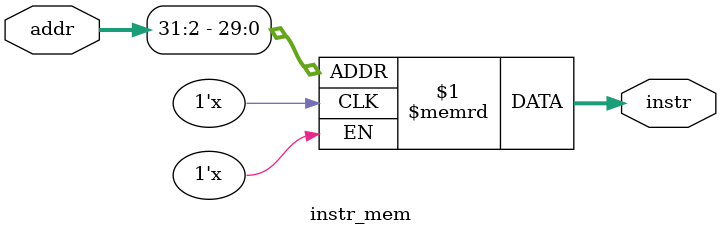
<source format=v>
module instr_mem(
    input [31:0] addr,           // PC'den gelen adres
    output [31:0] instr          // Çıkan komut
);
    reg [31:0] memory [0:63];    // 16 komutluk küçük bir bellek

    // initial begin
    //     // Belleğe örnek komutlar (gerçek opcode'lar değil)
    //     $readmemh("instr_mem.mem", memory); // Belleği dosyadan yükle
    // end

    assign instr = memory[addr[31:2]];  // 4-byte hizalı adresleme
endmodule

</source>
